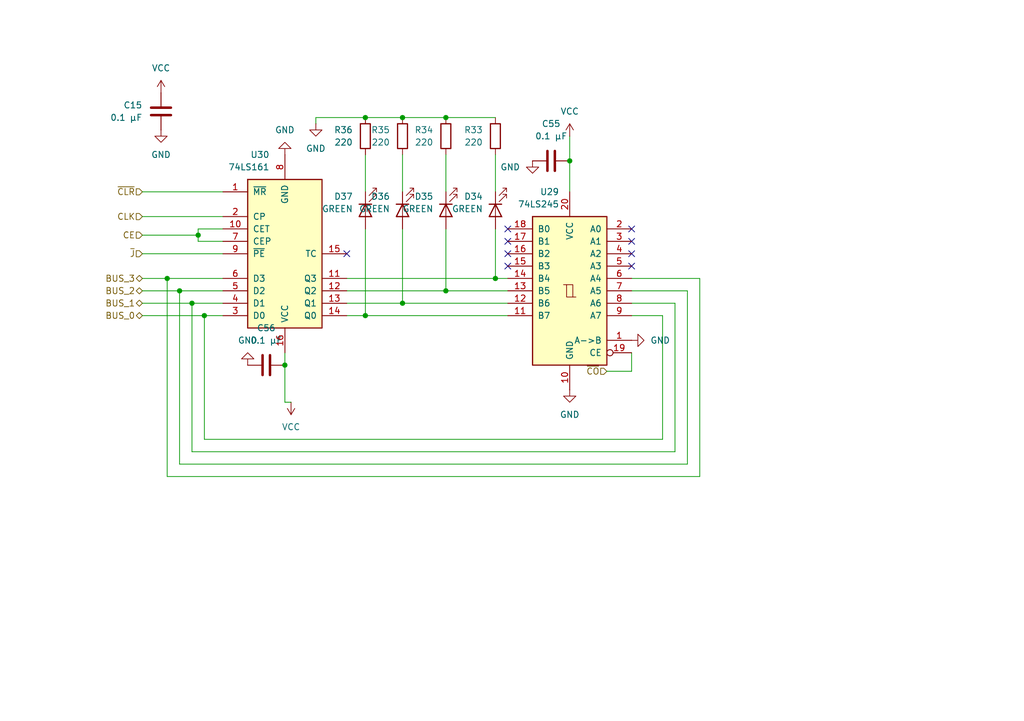
<source format=kicad_sch>
(kicad_sch (version 20250114) (generator "eeschema") (generator_version "9.0")
  (paper "A5")
  (lib_symbols
    (symbol "74xx:74LS161" (pin_names (offset 1.016))
      (property "Reference" "U" (at -7.62 16.51 0))
      (property "Value" "74LS161" (at -7.62 -16.51 0))
      (symbol "74LS161_1_0"
        (pin input line (at -12.7 12.7 0) (length 5.08) (name "D0") (number "3"))
        (pin input line (at -12.7 10.16 0) (length 5.08) (name "D1") (number "4"))
        (pin input line (at -12.7 7.62 0) (length 5.08) (name "D2") (number "5"))
        (pin input line (at -12.7 5.08 0) (length 5.08) (name "D3") (number "6"))
        (pin input line (at -12.7 0 0) (length 5.08) (name "~{PE}") (number "9"))
        (pin input line (at -12.7 -2.54 0) (length 5.08) (name "CEP") (number "7"))
        (pin input line (at -12.7 -5.08 0) (length 5.08) (name "CET") (number "10"))
        (pin input line (at -12.7 -7.62 0) (length 5.08) (name "CP") (number "2"))
        (pin input line (at -12.7 -12.7 0) (length 5.08) (name "~{MR}") (number "1"))
        (pin power_in line (at 0 20.32 270) (length 5.08) (name "VCC") (number "16"))
        (pin power_in line (at 0 -20.32 90) (length 5.08) (name "GND") (number "8"))
        (pin output line (at 12.7 12.7 180) (length 5.08) (name "Q0") (number "14"))
        (pin output line (at 12.7 10.16 180) (length 5.08) (name "Q1") (number "13"))
        (pin output line (at 12.7 7.62 180) (length 5.08) (name "Q2") (number "12"))
        (pin output line (at 12.7 5.08 180) (length 5.08) (name "Q3") (number "11"))
        (pin output line (at 12.7 0 180) (length 5.08) (name "TC") (number "15"))
      )
      (symbol "74LS161_1_1"
        (rectangle (start -7.62 15.24) (end 7.62 -15.24) (stroke (width 0.254)) (fill (type background)))
      )
    )
    (symbol "74xx:74LS245" (pin_names (offset 1.016))
      (property "Reference" "U" (at -7.62 16.51 0))
      (property "Value" "74LS245" (at -7.62 -16.51 0))
      (symbol "74LS245_1_0"
        (polyline (pts (xy -1.27 -1.27) (xy 0.635 -1.27) (xy 0.635 1.27) (xy 1.27 1.27)))
        (polyline (pts (xy -0.635 -1.27) (xy -0.635 1.27) (xy 0.635 1.27)))
        (pin tri_state line (at -12.7 12.7 0) (length 5.08) (name "A0") (number "2"))
        (pin tri_state line (at -12.7 10.16 0) (length 5.08) (name "A1") (number "3"))
        (pin tri_state line (at -12.7 7.62 0) (length 5.08) (name "A2") (number "4"))
        (pin tri_state line (at -12.7 5.08 0) (length 5.08) (name "A3") (number "5"))
        (pin tri_state line (at -12.7 2.54 0) (length 5.08) (name "A4") (number "6"))
        (pin tri_state line (at -12.7 0 0) (length 5.08) (name "A5") (number "7"))
        (pin tri_state line (at -12.7 -2.54 0) (length 5.08) (name "A6") (number "8"))
        (pin tri_state line (at -12.7 -5.08 0) (length 5.08) (name "A7") (number "9"))
        (pin input line (at -12.7 -10.16 0) (length 5.08) (name "A->B") (number "1"))
        (pin input inverted (at -12.7 -12.7 0) (length 5.08) (name "CE") (number "19"))
        (pin power_in line (at 0 20.32 270) (length 5.08) (name "VCC") (number "20"))
        (pin power_in line (at 0 -20.32 90) (length 5.08) (name "GND") (number "10"))
        (pin tri_state line (at 12.7 12.7 180) (length 5.08) (name "B0") (number "18"))
        (pin tri_state line (at 12.7 10.16 180) (length 5.08) (name "B1") (number "17"))
        (pin tri_state line (at 12.7 7.62 180) (length 5.08) (name "B2") (number "16"))
        (pin tri_state line (at 12.7 5.08 180) (length 5.08) (name "B3") (number "15"))
        (pin tri_state line (at 12.7 2.54 180) (length 5.08) (name "B4") (number "14"))
        (pin tri_state line (at 12.7 0 180) (length 5.08) (name "B5") (number "13"))
        (pin tri_state line (at 12.7 -2.54 180) (length 5.08) (name "B6") (number "12"))
        (pin tri_state line (at 12.7 -5.08 180) (length 5.08) (name "B7") (number "11"))
      )
      (symbol "74LS245_1_1"
        (rectangle (start -7.62 15.24) (end 7.62 -15.24) (stroke (width 0.254)) (fill (type background)))
      )
    )
    (symbol "Device:C" (pin_numbers (hide yes)) (pin_names (offset 0.254))
      (property "Reference" "C" (at 0.635 2.54 0))
      (property "Value" "C" (at 0.635 -2.54 0))
      (symbol "C_0_1"
        (polyline (pts (xy -2.032 0.762) (xy 2.032 0.762)) (stroke (width 0.508)))
        (polyline (pts (xy -2.032 -0.762) (xy 2.032 -0.762)) (stroke (width 0.508)))
      )
      (symbol "C_1_1"
        (pin passive line (at 0 3.81 270) (length 2.794) (name "~") (number "1"))
        (pin passive line (at 0 -3.81 90) (length 2.794) (name "~") (number "2"))
      )
    )
    (symbol "Device:LED" (pin_numbers (hide yes)) (pin_names (offset 1.016) (hide yes))
      (property "Reference" "D" (at 0 2.54 0))
      (property "Value" "LED" (at 0 -2.54 0))
      (symbol "LED_0_1"
        (polyline (pts (xy -3.048 -0.762) (xy -4.572 -2.286) (xy -3.81 -2.286) (xy -4.572 -2.286) (xy -4.572 -1.524)))
        (polyline (pts (xy -1.778 -0.762) (xy -3.302 -2.286) (xy -2.54 -2.286) (xy -3.302 -2.286) (xy -3.302 -1.524)))
        (polyline (pts (xy -1.27 0) (xy 1.27 0)))
        (polyline (pts (xy -1.27 -1.27) (xy -1.27 1.27)) (stroke (width 0.254)))
        (polyline (pts (xy 1.27 -1.27) (xy 1.27 1.27) (xy -1.27 0) (xy 1.27 -1.27)) (stroke (width 0.254)))
      )
      (symbol "LED_1_1"
        (pin passive line (at -3.81 0 0) (length 2.54) (name "K") (number "1"))
        (pin passive line (at 3.81 0 180) (length 2.54) (name "A") (number "2"))
      )
    )
    (symbol "Device:R" (pin_numbers (hide yes)) (pin_names (offset 0))
      (property "Reference" "R" (at 2.032 0 90))
      (property "Value" "R" (at 0 0 90))
      (symbol "R_0_1"
        (rectangle (start -1.016 -2.54) (end 1.016 2.54) (stroke (width 0.254)))
      )
      (symbol "R_1_1"
        (pin passive line (at 0 3.81 270) (length 1.27) (name "~") (number "1"))
        (pin passive line (at 0 -3.81 90) (length 1.27) (name "~") (number "2"))
      )
    )
    (symbol "power:GND" (power) (pin_numbers (hide yes)) (pin_names (offset 0) (hide yes))
      (property "Value" "GND" (at 0 -3.81 0))
      (symbol "GND_0_1"
        (polyline (pts (xy 0 0) (xy 0 -1.27) (xy 1.27 -1.27) (xy 0 -2.54) (xy -1.27 -1.27) (xy 0 -1.27)))
      )
      (symbol "GND_1_1"
        (pin power_in line (at 0 0 270) (length 0) (name "~") (number "1"))
      )
    )
    (symbol "power:VCC" (power) (pin_numbers (hide yes)) (pin_names (offset 0) (hide yes))
      (property "Value" "VCC" (at 0 3.556 0))
      (symbol "VCC_0_1"
        (polyline (pts (xy -0.762 1.27) (xy 0 2.54)))
        (polyline (pts (xy 0 2.54) (xy 0.762 1.27)))
        (polyline (pts (xy 0 0) (xy 0 2.54)))
      )
      (symbol "VCC_1_1"
        (pin power_in line (at 0 0 90) (length 0) (name "~") (number "1"))
      )
    )
  )
  (junction (at 36.83 59.69))
  (junction (at 40.64 48.26))
  (junction (at 74.93 64.77))
  (junction (at 91.44 59.69))
  (junction (at 101.6 57.15))
  (junction (at 82.55 62.23))
  (junction (at 34.29 57.15))
  (junction (at 41.91 64.77))
  (junction (at 39.37 62.23))
  (junction (at 116.84 33.02))
  (junction (at 82.55 24.13))
  (junction (at 58.42 74.93))
  (junction (at 74.93 24.13))
  (junction (at 91.44 24.13))
  (no_connect (at 104.14 52.07))
  (no_connect (at 104.14 46.99))
  (no_connect (at 104.14 49.53))
  (no_connect (at 104.14 54.61))
  (no_connect (at 129.54 46.99))
  (no_connect (at 129.54 49.53))
  (no_connect (at 71.12 52.07))
  (no_connect (at 129.54 52.07))
  (no_connect (at 129.54 54.61))
  (wire (pts (xy 74.93 24.13) (xy 64.77 24.13)))
  (wire (pts (xy 45.72 52.07) (xy 29.21 52.07)))
  (wire (pts (xy 135.89 90.17) (xy 41.91 90.17)))
  (wire (pts (xy 45.72 46.99) (xy 40.64 46.99)))
  (wire (pts (xy 135.89 64.77) (xy 135.89 90.17)))
  (wire (pts (xy 59.69 82.55) (xy 58.42 82.55)))
  (wire (pts (xy 82.55 62.23) (xy 82.55 46.99)))
  (wire (pts (xy 101.6 57.15) (xy 71.12 57.15)))
  (wire (pts (xy 138.43 62.23) (xy 138.43 92.71)))
  (wire (pts (xy 45.72 57.15) (xy 34.29 57.15)))
  (wire (pts (xy 34.29 97.79) (xy 34.29 57.15)))
  (wire (pts (xy 91.44 59.69) (xy 71.12 59.69)))
  (wire (pts (xy 39.37 92.71) (xy 39.37 62.23)))
  (wire (pts (xy 45.72 64.77) (xy 41.91 64.77)))
  (wire (pts (xy 82.55 62.23) (xy 71.12 62.23)))
  (wire (pts (xy 104.14 62.23) (xy 82.55 62.23)))
  (wire (pts (xy 104.14 59.69) (xy 91.44 59.69)))
  (wire (pts (xy 82.55 24.13) (xy 74.93 24.13)))
  (wire (pts (xy 129.54 64.77) (xy 135.89 64.77)))
  (wire (pts (xy 74.93 64.77) (xy 71.12 64.77)))
  (wire (pts (xy 40.64 49.53) (xy 40.64 48.26)))
  (wire (pts (xy 129.54 76.2) (xy 124.46 76.2)))
  (wire (pts (xy 40.64 46.99) (xy 40.64 48.26)))
  (wire (pts (xy 41.91 64.77) (xy 29.21 64.77)))
  (wire (pts (xy 101.6 31.75) (xy 101.6 39.37)))
  (wire (pts (xy 36.83 95.25) (xy 36.83 59.69)))
  (wire (pts (xy 101.6 57.15) (xy 101.6 46.99)))
  (wire (pts (xy 45.72 39.37) (xy 29.21 39.37)))
  (wire (pts (xy 140.97 59.69) (xy 140.97 95.25)))
  (wire (pts (xy 45.72 49.53) (xy 40.64 49.53)))
  (wire (pts (xy 116.84 27.94) (xy 116.84 33.02)))
  (wire (pts (xy 58.42 74.93) (xy 58.42 72.39)))
  (wire (pts (xy 34.29 57.15) (xy 29.21 57.15)))
  (wire (pts (xy 116.84 33.02) (xy 116.84 39.37)))
  (wire (pts (xy 143.51 97.79) (xy 34.29 97.79)))
  (wire (pts (xy 82.55 31.75) (xy 82.55 39.37)))
  (wire (pts (xy 140.97 95.25) (xy 36.83 95.25)))
  (wire (pts (xy 36.83 59.69) (xy 29.21 59.69)))
  (wire (pts (xy 64.77 24.13) (xy 64.77 25.4)))
  (wire (pts (xy 129.54 62.23) (xy 138.43 62.23)))
  (wire (pts (xy 58.42 82.55) (xy 58.42 74.93)))
  (wire (pts (xy 45.72 44.45) (xy 29.21 44.45)))
  (wire (pts (xy 91.44 31.75) (xy 91.44 39.37)))
  (wire (pts (xy 91.44 59.69) (xy 91.44 46.99)))
  (wire (pts (xy 129.54 57.15) (xy 143.51 57.15)))
  (wire (pts (xy 74.93 31.75) (xy 74.93 39.37)))
  (wire (pts (xy 74.93 64.77) (xy 74.93 46.99)))
  (wire (pts (xy 129.54 72.39) (xy 129.54 76.2)))
  (wire (pts (xy 101.6 24.13) (xy 91.44 24.13)))
  (wire (pts (xy 39.37 62.23) (xy 29.21 62.23)))
  (wire (pts (xy 104.14 57.15) (xy 101.6 57.15)))
  (wire (pts (xy 40.64 48.26) (xy 29.21 48.26)))
  (wire (pts (xy 41.91 90.17) (xy 41.91 64.77)))
  (wire (pts (xy 138.43 92.71) (xy 39.37 92.71)))
  (wire (pts (xy 91.44 24.13) (xy 82.55 24.13)))
  (wire (pts (xy 104.14 64.77) (xy 74.93 64.77)))
  (wire (pts (xy 129.54 59.69) (xy 140.97 59.69)))
  (wire (pts (xy 45.72 62.23) (xy 39.37 62.23)))
  (wire (pts (xy 45.72 59.69) (xy 36.83 59.69)))
  (wire (pts (xy 143.51 57.15) (xy 143.51 97.79)))
  (hierarchical_label "BUS_0" (shape bidirectional) (at 29.21 64.77 180))
  (hierarchical_label "~{CLR}" (shape input) (at 29.21 39.37 180))
  (hierarchical_label "BUS_3" (shape bidirectional) (at 29.21 57.15 180))
  (hierarchical_label "CE" (shape input) (at 29.21 48.26 180))
  (hierarchical_label "~{J}" (shape input) (at 29.21 52.07 180))
  (hierarchical_label "CLK" (shape input) (at 29.21 44.45 180))
  (hierarchical_label "~{CO}" (shape input) (at 124.46 76.2 180))
  (hierarchical_label "BUS_1" (shape bidirectional) (at 29.21 62.23 180))
  (hierarchical_label "BUS_2" (shape bidirectional) (at 29.21 59.69 180))
  (symbol (lib_id "Device:R") (at 101.6 27.94 0) (mirror y) (unit 1)
    (property "Reference" "R33" (at 99.06 26.6699 0) (effects (justify left)))
    (property "Value" "220" (at 99.06 29.2099 0) (effects (justify left)))
    (property "Footprint" "Resistor_THT:R_Axial_DIN0207_L6.3mm_D2.5mm_P7.62mm_Horizontal" (effects (hide yes)))
    (property "Description" "Resistor" (effects (hide yes)))
  )
  (symbol (lib_id "Device:LED") (at 82.55 43.18 90) (mirror x) (unit 1)
    (property "Reference" "D36" (at 80.01 40.3224 90) (effects (justify left)))
    (property "Value" "GREEN" (at 80.01 42.8624 90) (effects (justify left)))
    (property "Footprint" "LED_THT:LED_D3.0mm" (effects (hide yes)))
    (property "Description" "Light emitting diode" (effects (hide yes)))
    (property "Sim.Pins" "1=K 2=A" (effects (hide yes)))
  )
  (symbol (lib_id "74xx:74LS245") (at 116.84 59.69 0) (mirror y) (unit 1)
    (property "Reference" "U29" (at 114.6967 39.37 0) (effects (justify left)))
    (property "Value" "74LS245" (at 114.6967 41.91 0) (effects (justify left)))
    (property "Footprint" "Custom:DIP254P762X508-20" (effects (hide yes)))
    (property "Datasheet" "http://www.ti.com/lit/gpn/sn74LS245" (effects (hide yes)))
    (property "Description" "Octal BUS Transceivers, 3-State outputs" (effects (hide yes)))
  )
  (symbol (lib_id "power:VCC") (at 116.84 27.94 0) (mirror y) (unit 1)
    (property "Reference" "#PWR057" (effects (hide yes)))
    (property "Value" "VCC" (at 116.84 22.86 0))
    (property "Description" "Power symbol creates a global label with name \"VCC\"" (effects (hide yes)))
  )
  (symbol (lib_id "power:GND") (at 50.8 74.93 0) (mirror x) (unit 1)
    (property "Reference" "#PWR0201" (effects (hide yes)))
    (property "Value" "GND" (at 50.8 69.85 0))
    (property "Description" "Power symbol creates a global label with name \"GND\" , ground" (effects (hide yes)))
  )
  (symbol (lib_id "Device:R") (at 91.44 27.94 0) (mirror y) (unit 1)
    (property "Reference" "R34" (at 88.9 26.6699 0) (effects (justify left)))
    (property "Value" "220" (at 88.9 29.2099 0) (effects (justify left)))
    (property "Footprint" "Resistor_THT:R_Axial_DIN0207_L6.3mm_D2.5mm_P7.62mm_Horizontal" (effects (hide yes)))
    (property "Description" "Resistor" (effects (hide yes)))
  )
  (symbol (lib_id "74xx:74LS161") (at 58.42 52.07 0) (mirror x) (unit 1)
    (property "Reference" "U30" (at 55.3019 31.75 0) (effects (justify right)))
    (property "Value" "74LS161" (at 55.3019 34.29 0) (effects (justify right)))
    (property "Footprint" "Custom:N16" (effects (hide yes)))
    (property "Datasheet" "http://www.ti.com/lit/gpn/sn74LS161" (effects (hide yes)))
    (property "Description" "Synchronous 4-bit programmable binary Counter" (effects (hide yes)))
  )
  (symbol (lib_id "power:GND") (at 33.02 26.67 0) (mirror y) (unit 1)
    (property "Reference" "#PWR052" (effects (hide yes)))
    (property "Value" "GND" (at 33.02 31.75 0))
    (property "Description" "Power symbol creates a global label with name \"GND\" , ground" (effects (hide yes)))
  )
  (symbol (lib_id "Device:LED") (at 101.6 43.18 90) (mirror x) (unit 1)
    (property "Reference" "D34" (at 99.06 40.3224 90) (effects (justify left)))
    (property "Value" "GREEN" (at 99.06 42.8624 90) (effects (justify left)))
    (property "Footprint" "LED_THT:LED_D3.0mm" (effects (hide yes)))
    (property "Description" "Light emitting diode" (effects (hide yes)))
    (property "Sim.Pins" "1=K 2=A" (effects (hide yes)))
  )
  (symbol (lib_id "power:VCC") (at 59.69 82.55 0) (mirror x) (unit 1)
    (property "Reference" "#PWR056" (effects (hide yes)))
    (property "Value" "VCC" (at 59.69 87.63 0))
    (property "Description" "Power symbol creates a global label with name \"VCC\"" (effects (hide yes)))
  )
  (symbol (lib_id "Device:LED") (at 74.93 43.18 90) (mirror x) (unit 1)
    (property "Reference" "D37" (at 72.39 40.3224 90) (effects (justify left)))
    (property "Value" "GREEN" (at 72.39 42.8624 90) (effects (justify left)))
    (property "Footprint" "LED_THT:LED_D3.0mm" (effects (hide yes)))
    (property "Description" "Light emitting diode" (effects (hide yes)))
    (property "Sim.Pins" "1=K 2=A" (effects (hide yes)))
  )
  (symbol (lib_id "Device:C") (at 33.02 22.86 0) (mirror y) (unit 1)
    (property "Reference" "C15" (at 29.21 21.5899 0) (effects (justify left)))
    (property "Value" "0.1 µF" (at 29.21 24.1299 0) (effects (justify left)))
    (property "Footprint" "Capacitor_THT:C_Radial_D5.0mm_H5.0mm_P2.00mm" (effects (hide yes)))
    (property "Description" "Unpolarized capacitor" (effects (hide yes)))
  )
  (symbol (lib_id "power:VCC") (at 33.02 19.05 0) (mirror y) (unit 1)
    (property "Reference" "#PWR051" (effects (hide yes)))
    (property "Value" "VCC" (at 33.02 13.97 0))
    (property "Description" "Power symbol creates a global label with name \"VCC\"" (effects (hide yes)))
  )
  (symbol (lib_id "power:GND") (at 129.54 69.85 90) (mirror x) (unit 1)
    (property "Reference" "#PWR0156" (effects (hide yes)))
    (property "Value" "GND" (at 133.35 69.8499 90) (effects (justify right)))
    (property "Description" "Power symbol creates a global label with name \"GND\" , ground" (effects (hide yes)))
  )
  (symbol (lib_id "power:GND") (at 116.84 80.01 0) (mirror y) (unit 1)
    (property "Reference" "#PWR054" (effects (hide yes)))
    (property "Value" "GND" (at 116.84 85.09 0))
    (property "Description" "Power symbol creates a global label with name \"GND\" , ground" (effects (hide yes)))
  )
  (symbol (lib_id "Device:R") (at 82.55 27.94 0) (mirror y) (unit 1)
    (property "Reference" "R35" (at 80.01 26.6699 0) (effects (justify left)))
    (property "Value" "220" (at 80.01 29.2099 0) (effects (justify left)))
    (property "Footprint" "Resistor_THT:R_Axial_DIN0207_L6.3mm_D2.5mm_P7.62mm_Horizontal" (effects (hide yes)))
    (property "Description" "Resistor" (effects (hide yes)))
  )
  (symbol (lib_id "Device:R") (at 74.93 27.94 0) (mirror y) (unit 1)
    (property "Reference" "R36" (at 72.39 26.6699 0) (effects (justify left)))
    (property "Value" "220" (at 72.39 29.2099 0) (effects (justify left)))
    (property "Footprint" "Resistor_THT:R_Axial_DIN0207_L6.3mm_D2.5mm_P7.62mm_Horizontal" (effects (hide yes)))
    (property "Description" "Resistor" (effects (hide yes)))
  )
  (symbol (lib_id "Device:C") (at 54.61 74.93 270) (mirror x) (unit 1)
    (property "Reference" "C56" (at 54.61 67.31 90))
    (property "Value" "0.1 µF" (at 54.61 69.85 90))
    (property "Footprint" "Capacitor_THT:C_Radial_D5.0mm_H5.0mm_P2.00mm" (effects (hide yes)))
    (property "Description" "Unpolarized capacitor" (effects (hide yes)))
  )
  (symbol (lib_id "power:GND") (at 58.42 31.75 0) (mirror x) (unit 1)
    (property "Reference" "#PWR055" (effects (hide yes)))
    (property "Value" "GND" (at 58.42 26.67 0))
    (property "Description" "Power symbol creates a global label with name \"GND\" , ground" (effects (hide yes)))
  )
  (symbol (lib_id "Device:LED") (at 91.44 43.18 90) (mirror x) (unit 1)
    (property "Reference" "D35" (at 88.9 40.3224 90) (effects (justify left)))
    (property "Value" "GREEN" (at 88.9 42.8624 90) (effects (justify left)))
    (property "Footprint" "LED_THT:LED_D3.0mm" (effects (hide yes)))
    (property "Description" "Light emitting diode" (effects (hide yes)))
    (property "Sim.Pins" "1=K 2=A" (effects (hide yes)))
  )
  (symbol (lib_id "power:GND") (at 109.22 33.02 0) (mirror y) (unit 1)
    (property "Reference" "#PWR0200" (effects (hide yes)))
    (property "Value" "GND" (at 106.68 34.2899 0) (effects (justify left)))
    (property "Description" "Power symbol creates a global label with name \"GND\" , ground" (effects (hide yes)))
  )
  (symbol (lib_id "power:GND") (at 64.77 25.4 0) (mirror y) (unit 1)
    (property "Reference" "#PWR053" (effects (hide yes)))
    (property "Value" "GND" (at 64.77 30.48 0))
    (property "Description" "Power symbol creates a global label with name \"GND\" , ground" (effects (hide yes)))
  )
  (symbol (lib_id "Device:C") (at 113.03 33.02 270) (mirror x) (unit 1)
    (property "Reference" "C55" (at 113.03 25.4 90))
    (property "Value" "0.1 µF" (at 113.03 27.94 90))
    (property "Footprint" "Capacitor_THT:C_Radial_D5.0mm_H5.0mm_P2.00mm" (effects (hide yes)))
    (property "Description" "Unpolarized capacitor" (effects (hide yes)))
  )
)
</source>
